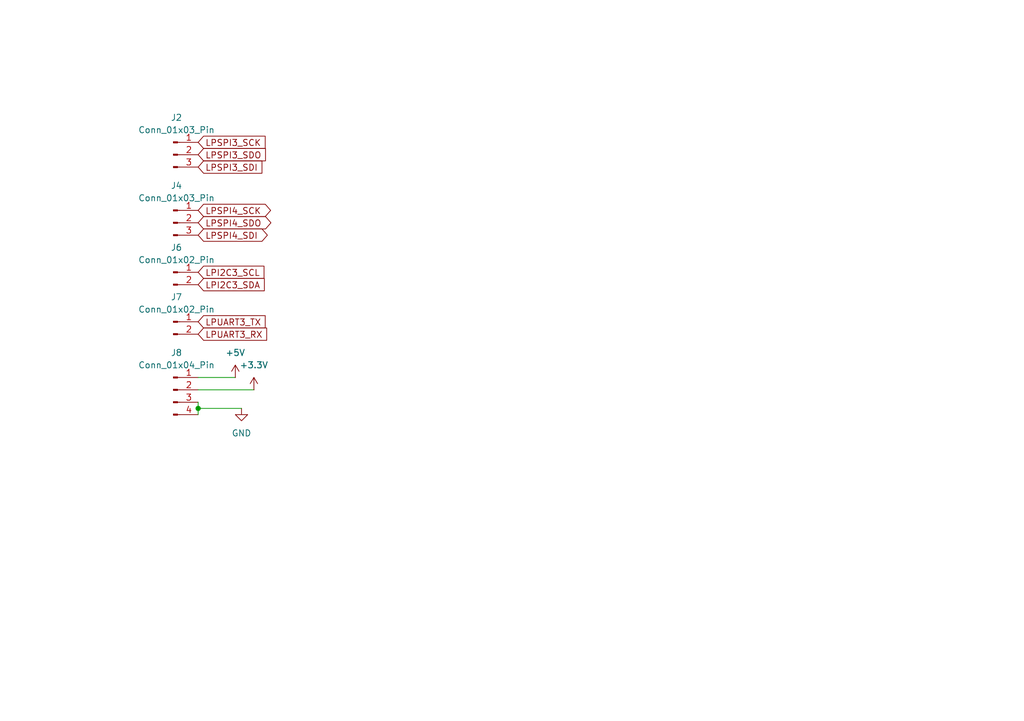
<source format=kicad_sch>
(kicad_sch (version 20250114) (generator "eeschema") (generator_version "9.0")
  (paper "A5")
  (title_block (title "Payload Board for Pleiades Atlas") (rev "v0.2") (company "Northeastern University") (comment 1 "Designed by Madhav Kapa"))
  (lib_symbols
    (symbol "Connector:Conn_01x02_Pin" (pin_names (offset 1.016) (hide yes))
      (property "Reference" "J" (at 0 2.54 0))
      (property "Value" "Conn_01x02_Pin" (at 0 -5.08 0))
      (symbol "Conn_01x02_Pin_1_1"
        (rectangle (start 0.8636 0.127) (end 0 -0.127) (stroke (width 0.1524)) (fill (type outline)))
        (rectangle (start 0.8636 -2.413) (end 0 -2.667) (stroke (width 0.1524)) (fill (type outline)))
        (polyline (pts (xy 1.27 0) (xy 0.8636 0)) (stroke (width 0.1524)))
        (polyline (pts (xy 1.27 -2.54) (xy 0.8636 -2.54)) (stroke (width 0.1524)))
        (pin passive line (at 5.08 0 180) (length 3.81) (name "Pin_1") (number "1"))
        (pin passive line (at 5.08 -2.54 180) (length 3.81) (name "Pin_2") (number "2"))
      )
    )
    (symbol "Connector:Conn_01x03_Pin" (pin_names (offset 1.016) (hide yes))
      (property "Reference" "J" (at 0 5.08 0))
      (property "Value" "Conn_01x03_Pin" (at 0 -5.08 0))
      (symbol "Conn_01x03_Pin_1_1"
        (rectangle (start 0.8636 2.667) (end 0 2.413) (stroke (width 0.1524)) (fill (type outline)))
        (rectangle (start 0.8636 0.127) (end 0 -0.127) (stroke (width 0.1524)) (fill (type outline)))
        (rectangle (start 0.8636 -2.413) (end 0 -2.667) (stroke (width 0.1524)) (fill (type outline)))
        (polyline (pts (xy 1.27 2.54) (xy 0.8636 2.54)) (stroke (width 0.1524)))
        (polyline (pts (xy 1.27 0) (xy 0.8636 0)) (stroke (width 0.1524)))
        (polyline (pts (xy 1.27 -2.54) (xy 0.8636 -2.54)) (stroke (width 0.1524)))
        (pin passive line (at 5.08 2.54 180) (length 3.81) (name "Pin_1") (number "1"))
        (pin passive line (at 5.08 0 180) (length 3.81) (name "Pin_2") (number "2"))
        (pin passive line (at 5.08 -2.54 180) (length 3.81) (name "Pin_3") (number "3"))
      )
    )
    (symbol "Connector:Conn_01x04_Pin" (pin_names (offset 1.016) (hide yes))
      (property "Reference" "J" (at 0 5.08 0))
      (property "Value" "Conn_01x04_Pin" (at 0 -7.62 0))
      (symbol "Conn_01x04_Pin_1_1"
        (rectangle (start 0.8636 2.667) (end 0 2.413) (stroke (width 0.1524)) (fill (type outline)))
        (rectangle (start 0.8636 0.127) (end 0 -0.127) (stroke (width 0.1524)) (fill (type outline)))
        (rectangle (start 0.8636 -2.413) (end 0 -2.667) (stroke (width 0.1524)) (fill (type outline)))
        (rectangle (start 0.8636 -4.953) (end 0 -5.207) (stroke (width 0.1524)) (fill (type outline)))
        (polyline (pts (xy 1.27 2.54) (xy 0.8636 2.54)) (stroke (width 0.1524)))
        (polyline (pts (xy 1.27 0) (xy 0.8636 0)) (stroke (width 0.1524)))
        (polyline (pts (xy 1.27 -2.54) (xy 0.8636 -2.54)) (stroke (width 0.1524)))
        (polyline (pts (xy 1.27 -5.08) (xy 0.8636 -5.08)) (stroke (width 0.1524)))
        (pin passive line (at 5.08 2.54 180) (length 3.81) (name "Pin_1") (number "1"))
        (pin passive line (at 5.08 0 180) (length 3.81) (name "Pin_2") (number "2"))
        (pin passive line (at 5.08 -2.54 180) (length 3.81) (name "Pin_3") (number "3"))
        (pin passive line (at 5.08 -5.08 180) (length 3.81) (name "Pin_4") (number "4"))
      )
    )
    (symbol "power:+3.3V" (power) (pin_numbers (hide yes)) (pin_names (offset 0) (hide yes))
      (property "Value" "+3.3V" (at 0 3.556 0))
      (symbol "+3.3V_0_1"
        (polyline (pts (xy -0.762 1.27) (xy 0 2.54)))
        (polyline (pts (xy 0 2.54) (xy 0.762 1.27)))
        (polyline (pts (xy 0 0) (xy 0 2.54)))
      )
      (symbol "+3.3V_1_1"
        (pin power_in line (at 0 0 90) (length 0) (name "~") (number "1"))
      )
    )
    (symbol "power:+5V" (power) (pin_numbers (hide yes)) (pin_names (offset 0) (hide yes))
      (property "Value" "+5V" (at 0 3.556 0))
      (symbol "+5V_0_1"
        (polyline (pts (xy -0.762 1.27) (xy 0 2.54)))
        (polyline (pts (xy 0 2.54) (xy 0.762 1.27)))
        (polyline (pts (xy 0 0) (xy 0 2.54)))
      )
      (symbol "+5V_1_1"
        (pin power_in line (at 0 0 90) (length 0) (name "~") (number "1"))
      )
    )
    (symbol "power:GND" (power) (pin_numbers (hide yes)) (pin_names (offset 0) (hide yes))
      (property "Value" "GND" (at 0 -3.81 0))
      (symbol "GND_0_1"
        (polyline (pts (xy 0 0) (xy 0 -1.27) (xy 1.27 -1.27) (xy 0 -2.54) (xy -1.27 -1.27) (xy 0 -1.27)))
      )
      (symbol "GND_1_1"
        (pin power_in line (at 0 0 270) (length 0) (name "~") (number "1"))
      )
    )
  )
  (junction (at 40.64 83.82))
  (wire (pts (xy 40.64 83.82) (xy 40.64 85.09)))
  (wire (pts (xy 40.64 82.55) (xy 40.64 83.82)))
  (wire (pts (xy 40.64 80.01) (xy 52.07 80.01)))
  (wire (pts (xy 40.64 77.47) (xy 48.26 77.47)))
  (wire (pts (xy 49.53 83.82) (xy 40.64 83.82)))
  (global_label "LPUART3_RX" (shape input) (at 40.64 68.58 0) (property "Intersheetrefs" "${INTERSHEET_REFS}" (effects (hide yes))))
  (global_label "LPSPI4_SDO" (shape bidirectional) (at 40.64 45.72 0) (property "Intersheetrefs" "${INTERSHEET_REFS}" (effects (hide yes))))
  (global_label "LPSPI4_SCK" (shape bidirectional) (at 40.64 43.18 0) (property "Intersheetrefs" "${INTERSHEET_REFS}" (effects (hide yes))))
  (global_label "LPI2C3_SCL" (shape input) (at 40.64 55.88 0) (property "Intersheetrefs" "${INTERSHEET_REFS}" (effects (hide yes))))
  (global_label "LPUART3_TX" (shape input) (at 40.64 66.04 0) (property "Intersheetrefs" "${INTERSHEET_REFS}" (effects (hide yes))))
  (global_label "LPSPI3_SDI" (shape input) (at 40.64 34.29 0) (property "Intersheetrefs" "${INTERSHEET_REFS}" (effects (hide yes))))
  (global_label "LPI2C3_SDA" (shape input) (at 40.64 58.42 0) (property "Intersheetrefs" "${INTERSHEET_REFS}" (effects (hide yes))))
  (global_label "LPSPI4_SDI" (shape bidirectional) (at 40.64 48.26 0) (property "Intersheetrefs" "${INTERSHEET_REFS}" (effects (hide yes))))
  (global_label "LPSPI3_SDO" (shape input) (at 40.64 31.75 0) (property "Intersheetrefs" "${INTERSHEET_REFS}" (effects (hide yes))))
  (global_label "LPSPI3_SCK" (shape input) (at 40.64 29.21 0) (property "Intersheetrefs" "${INTERSHEET_REFS}" (effects (hide yes))))
  (symbol (lib_id "Connector:Conn_01x02_Pin") (at 35.56 55.88 0) (unit 1)
    (property "Reference" "J6" (at 36.195 50.8 0))
    (property "Value" "Conn_01x02_Pin" (at 36.195 53.34 0))
    (property "Footprint" "Connector_PinHeader_2.54mm:PinHeader_1x02_P2.54mm_Vertical" (effects (hide yes)))
    (property "Description" "Generic connector, single row, 01x02, script generated" (effects (hide yes)))
  )
  (symbol (lib_id "power:GND") (at 49.53 83.82 0) (unit 1)
    (property "Reference" "#PWR0104" (effects (hide yes)))
    (property "Value" "GND" (at 49.53 88.9 0))
    (property "Description" "Power symbol creates a global label with name \"GND\" , ground" (effects (hide yes)))
  )
  (symbol (lib_id "Connector:Conn_01x04_Pin") (at 35.56 80.01 0) (unit 1)
    (property "Reference" "J8" (at 36.195 72.39 0))
    (property "Value" "Conn_01x04_Pin" (at 36.195 74.93 0))
    (property "Footprint" "Connector_PinHeader_2.54mm:PinHeader_1x04_P2.54mm_Vertical" (effects (hide yes)))
    (property "Description" "Generic connector, single row, 01x04, script generated" (effects (hide yes)))
  )
  (symbol (lib_id "power:+5V") (at 48.26 77.47 0) (unit 1)
    (property "Reference" "#PWR036" (effects (hide yes)))
    (property "Value" "+5V" (at 48.26 72.39 0))
    (property "Description" "Power symbol creates a global label with name \"+5V\"" (effects (hide yes)))
  )
  (symbol (lib_id "power:+3.3V") (at 52.07 80.01 0) (unit 1)
    (property "Reference" "#PWR037" (effects (hide yes)))
    (property "Value" "+3.3V" (at 52.07 74.93 0))
    (property "Description" "Power symbol creates a global label with name \"+3.3V\"" (effects (hide yes)))
  )
  (symbol (lib_id "Connector:Conn_01x02_Pin") (at 35.56 66.04 0) (unit 1)
    (property "Reference" "J7" (at 36.195 60.96 0))
    (property "Value" "Conn_01x02_Pin" (at 36.195 63.5 0))
    (property "Footprint" "Connector_PinHeader_2.54mm:PinHeader_1x02_P2.54mm_Vertical" (effects (hide yes)))
    (property "Description" "Generic connector, single row, 01x02, script generated" (effects (hide yes)))
  )
  (symbol (lib_id "Connector:Conn_01x03_Pin") (at 35.56 45.72 0) (unit 1)
    (property "Reference" "J4" (at 36.195 38.1 0))
    (property "Value" "Conn_01x03_Pin" (at 36.195 40.64 0))
    (property "Footprint" "Connector_PinHeader_2.54mm:PinHeader_1x03_P2.54mm_Vertical" (effects (hide yes)))
    (property "Description" "Generic connector, single row, 01x03, script generated" (effects (hide yes)))
  )
  (symbol (lib_id "Connector:Conn_01x03_Pin") (at 35.56 31.75 0) (unit 1)
    (property "Reference" "J2" (at 36.195 24.13 0))
    (property "Value" "Conn_01x03_Pin" (at 36.195 26.67 0))
    (property "Footprint" "Connector_PinHeader_2.54mm:PinHeader_1x03_P2.54mm_Vertical" (effects (hide yes)))
    (property "Description" "Generic connector, single row, 01x03, script generated" (effects (hide yes)))
  )
)
</source>
